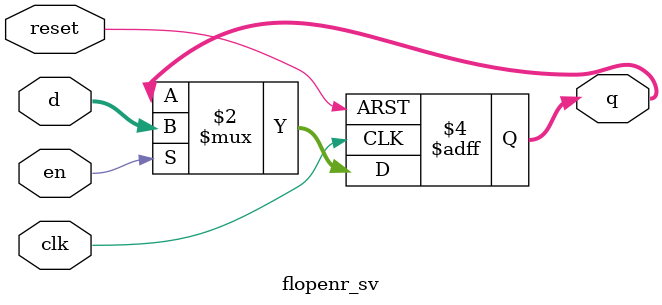
<source format=sv>
module flopenr_sv
(
input logic clk,
input logic reset,
input logic en,
input logic [3:0] d,
output logic [3:0] q
);
// asynchronous reset
always_ff @(posedge clk, posedge reset)
	if (reset) q <= 4'b0;
	else if (en) q <= d;
endmodule
</source>
